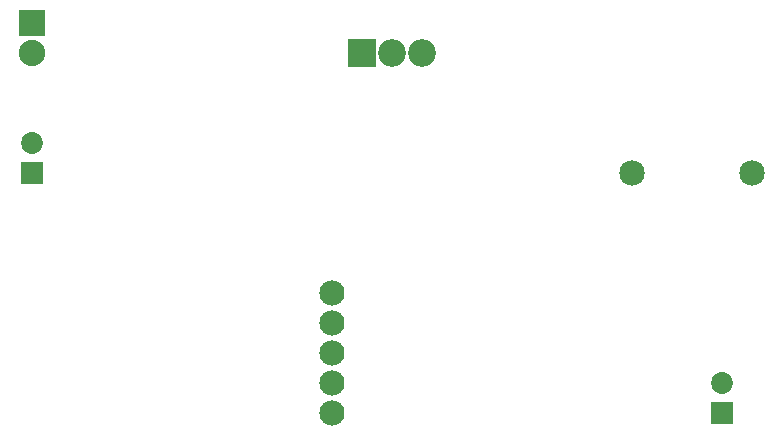
<source format=gts>
G04 MADE WITH FRITZING*
G04 WWW.FRITZING.ORG*
G04 DOUBLE SIDED*
G04 HOLES PLATED*
G04 CONTOUR ON CENTER OF CONTOUR VECTOR*
%ASAXBY*%
%FSLAX23Y23*%
%MOIN*%
%OFA0B0*%
%SFA1.0B1.0*%
%ADD10C,0.092000*%
%ADD11C,0.088000*%
%ADD12C,0.072992*%
%ADD13C,0.084000*%
%ADD14C,0.085000*%
%ADD15R,0.092000X0.092000*%
%ADD16R,0.088000X0.088000*%
%ADD17R,0.072992X0.072992*%
%LNMASK1*%
G90*
G70*
G54D10*
X1297Y1415D03*
X1397Y1415D03*
X1497Y1415D03*
G54D11*
X197Y1515D03*
X197Y1415D03*
G54D12*
X2497Y216D03*
X2497Y315D03*
G54D13*
X1197Y515D03*
X1197Y415D03*
X1197Y315D03*
X1197Y215D03*
X1197Y615D03*
G54D14*
X2197Y1015D03*
X2597Y1015D03*
G54D12*
X197Y1016D03*
X197Y1115D03*
G54D15*
X1297Y1415D03*
G54D16*
X197Y1515D03*
G54D17*
X2497Y216D03*
X197Y1016D03*
G04 End of Mask1*
M02*
</source>
